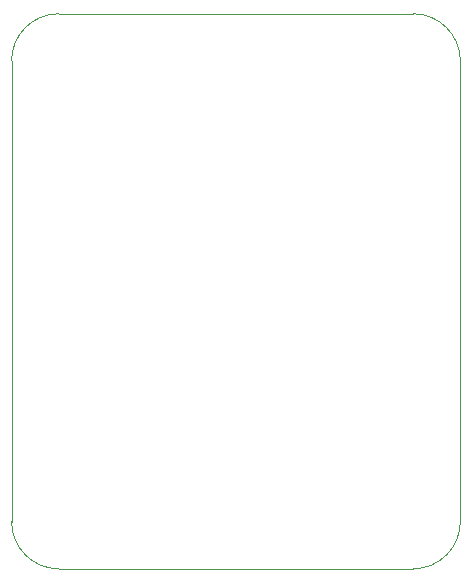
<source format=gbr>
G04 #@! TF.GenerationSoftware,KiCad,Pcbnew,(5.1.5)-3*
G04 #@! TF.CreationDate,2020-02-24T20:26:35-05:00*
G04 #@! TF.ProjectId,SRAM CY7C109D-10XI,5352414d-2043-4593-9743-313039442d31,rev?*
G04 #@! TF.SameCoordinates,Original*
G04 #@! TF.FileFunction,Profile,NP*
%FSLAX46Y46*%
G04 Gerber Fmt 4.6, Leading zero omitted, Abs format (unit mm)*
G04 Created by KiCad (PCBNEW (5.1.5)-3) date 2020-02-24 20:26:35*
%MOMM*%
%LPD*%
G04 APERTURE LIST*
%ADD10C,0.050000*%
G04 APERTURE END LIST*
D10*
X125000000Y-102000000D02*
G75*
G02X129000000Y-106000000I0J-4000000D01*
G01*
X129000000Y-145000000D02*
G75*
G02X125000000Y-149000000I-4000000J0D01*
G01*
X95000000Y-149000000D02*
G75*
G02X91000000Y-145000000I0J4000000D01*
G01*
X91000000Y-106000000D02*
G75*
G02X95000000Y-102000000I4000000J0D01*
G01*
X125000000Y-102000000D02*
X95000000Y-102000000D01*
X129000000Y-145000000D02*
X129000000Y-106000000D01*
X95000000Y-149000000D02*
X125000000Y-149000000D01*
X91000000Y-106000000D02*
X91000000Y-145000000D01*
M02*

</source>
